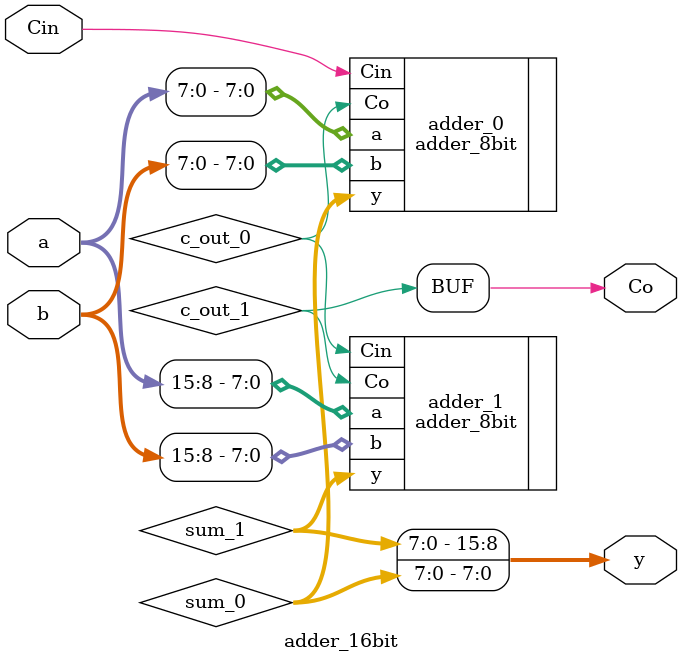
<source format=v>
module adder_16bit (
    input wire [15:0] a,
    input wire [15:0] b,
    input wire Cin,
    output wire [15:0] y,
    output wire Co
);

    // Instantiate 8-bit adders
    wire [7:0] sum_0, sum_1;
    wire c_out_0, c_out_1;

    adder_8bit adder_0 (
        .a(a[7:0]),
        .b(b[7:0]),
        .Cin(Cin),
        .y(sum_0),
        .Co(c_out_0)
    );

    adder_8bit adder_1 (
        .a(a[15:8]),
        .b(b[15:8]),
        .Cin(c_out_0),
        .y(sum_1),
        .Co(c_out_1)
    );

    // Concatenate the outputs of the 8-bit adders
    assign y = {sum_1, sum_0};
    assign Co = c_out_1;

endmodule
</source>
